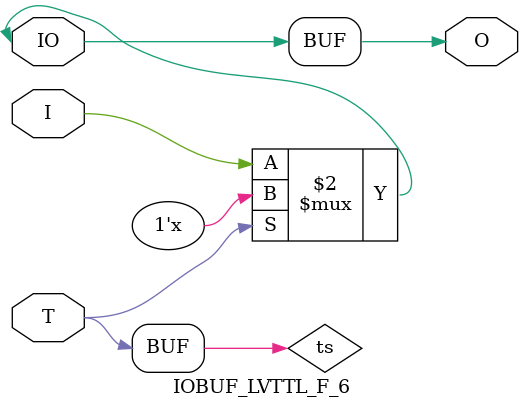
<source format=v>

/*

FUNCTION	: INPUT TRI-STATE OUTPUT BUFFER

*/

`celldefine
`timescale  100 ps / 10 ps

module IOBUF_LVTTL_F_6 (O, IO, I, T);

    output O;

    inout  IO;

    input  I, T;

    or O1 (ts, 1'b0, T);
    bufif0 T1 (IO, I, ts);

    buf B1 (O, IO);

endmodule

</source>
